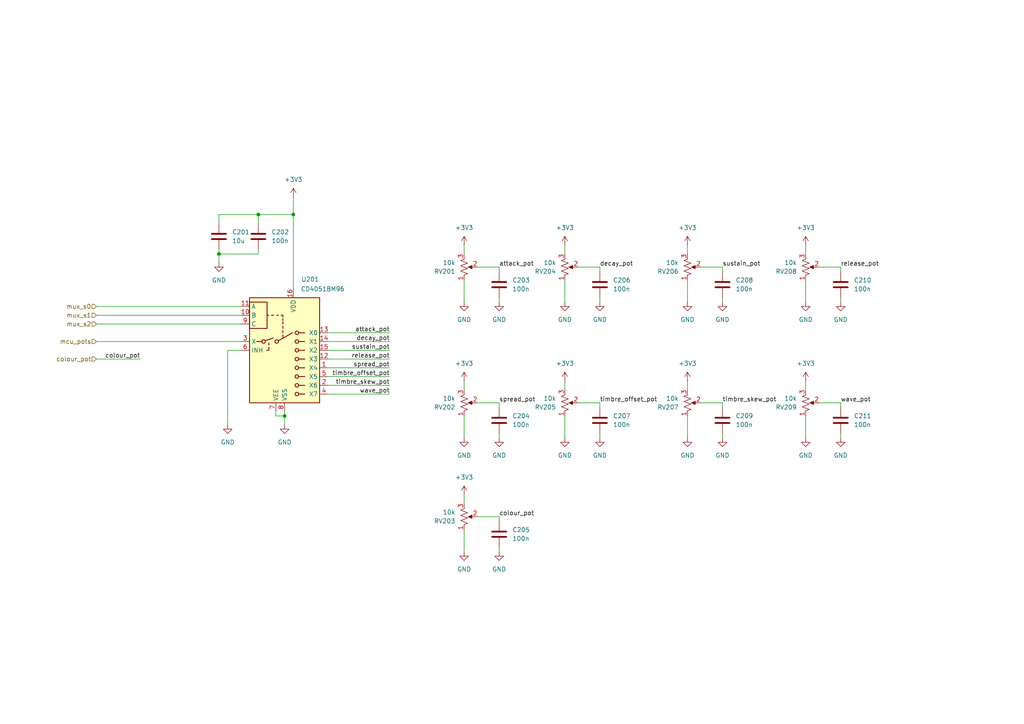
<source format=kicad_sch>
(kicad_sch (version 20250114) (generator "eeschema") (generator_version "9.0")
  (paper "A4")
  (lib_symbols
    (symbol "Analog_Switch:CD4051B"
      (property "Reference" "U" (at -10.16 16.51 0))
      (property "Value" "CD4051B" (at 3.81 16.51 0))
      (symbol "CD4051B_0_1"
        (rectangle (start -10.16 15.24) (end 10.16 -15.24) (stroke (width 0.254)) (fill (type background)))
        (rectangle (start -10.16 6.35) (end -5.08 13.97) (stroke (width 0.254)))
        (polyline (pts (xy -8.128 2.54) (xy -6.604 2.54)) (stroke (width 0.254)))
        (circle (center -6.096 2.54) (radius 0.508) (stroke (width 0.254)))
        (polyline (pts (xy -5.588 2.794) (xy -3.302 3.556)) (stroke (width 0.254)))
        (polyline (pts (xy -4.572 10.16) (xy -5.08 10.16)) (stroke (width 0.254)))
        (polyline (pts (xy -4.572 1.524) (xy -4.572 2.159)) (stroke (width 0.254)))
        (polyline (pts (xy -4.572 0.254) (xy -4.572 0.889)) (stroke (width 0.254)))
        (polyline (pts (xy -4.572 0) (xy -5.207 0)) (stroke (width 0.254)))
        (polyline (pts (xy -3.81 10.16) (xy -3.175 10.16)) (stroke (width 0.254)))
        (circle (center -2.286 2.54) (radius 0.508) (stroke (width 0.254)))
        (polyline (pts (xy -1.778 10.16) (xy -2.286 10.16)) (stroke (width 0.254)))
        (polyline (pts (xy -1.778 2.794) (xy 2.286 5.08)) (stroke (width 0.254)))
        (polyline (pts (xy -0.508 10.16) (xy -1.016 10.16)) (stroke (width 0.254)))
        (polyline (pts (xy -0.508 9.652) (xy -0.508 10.16)) (stroke (width 0.254)))
        (polyline (pts (xy -0.508 8.636) (xy -0.508 9.144)) (stroke (width 0.254)))
        (polyline (pts (xy -0.508 7.62) (xy -0.508 8.255)) (stroke (width 0.254)))
        (polyline (pts (xy -0.508 6.35) (xy -0.508 6.985)) (stroke (width 0.254)))
        (polyline (pts (xy -0.508 5.08) (xy -0.508 5.715)) (stroke (width 0.254)))
        (polyline (pts (xy -0.508 3.81) (xy -0.508 4.445)) (stroke (width 0.254)))
        (circle (center 3.556 5.08) (radius 0.508) (stroke (width 0.254)))
        (circle (center 3.556 2.54) (radius 0.508) (stroke (width 0.254)))
        (circle (center 3.556 0) (radius 0.508) (stroke (width 0.254)))
        (circle (center 3.556 -2.54) (radius 0.508) (stroke (width 0.254)))
        (circle (center 3.556 -5.08) (radius 0.508) (stroke (width 0.254)))
        (circle (center 3.556 -7.62) (radius 0.508) (stroke (width 0.254)))
        (circle (center 3.556 -10.16) (radius 0.508) (stroke (width 0.254)))
        (circle (center 3.556 -12.7) (radius 0.508) (stroke (width 0.254)))
        (polyline (pts (xy 4.064 5.08) (xy 5.842 5.08)) (stroke (width 0.254)))
        (polyline (pts (xy 4.064 2.54) (xy 5.842 2.54)) (stroke (width 0.254)))
        (polyline (pts (xy 4.064 0) (xy 5.842 0)) (stroke (width 0.254)))
        (polyline (pts (xy 4.064 -2.54) (xy 5.842 -2.54)) (stroke (width 0.254)))
        (polyline (pts (xy 4.064 -5.08) (xy 5.842 -5.08)) (stroke (width 0.254)))
        (polyline (pts (xy 4.064 -7.62) (xy 5.842 -7.62)) (stroke (width 0.254)))
        (polyline (pts (xy 4.064 -10.16) (xy 5.842 -10.16)) (stroke (width 0.254)))
        (polyline (pts (xy 4.064 -12.7) (xy 5.842 -12.7)) (stroke (width 0.254)))
      )
      (symbol "CD4051B_1_1"
        (pin input line (at -12.7 12.7 0) (length 2.54) (name "A") (number "11"))
        (pin input line (at -12.7 10.16 0) (length 2.54) (name "B") (number "10"))
        (pin input line (at -12.7 7.62 0) (length 2.54) (name "C") (number "9"))
        (pin bidirectional line (at -12.7 2.54 0) (length 2.54) (name "X") (number "3"))
        (pin input line (at -12.7 0 0) (length 2.54) (name "INH") (number "6"))
        (pin power_in line (at -2.54 -17.78 90) (length 2.54) (name "VEE") (number "7"))
        (pin power_in line (at 0 -17.78 90) (length 2.54) (name "VSS") (number "8"))
        (pin power_in line (at 2.54 17.78 270) (length 2.54) (name "VDD") (number "16"))
        (pin bidirectional line (at 12.7 5.08 180) (length 2.54) (name "X0") (number "13"))
        (pin bidirectional line (at 12.7 2.54 180) (length 2.54) (name "X1") (number "14"))
        (pin bidirectional line (at 12.7 0 180) (length 2.54) (name "X2") (number "15"))
        (pin bidirectional line (at 12.7 -2.54 180) (length 2.54) (name "X3") (number "12"))
        (pin bidirectional line (at 12.7 -5.08 180) (length 2.54) (name "X4") (number "1"))
        (pin bidirectional line (at 12.7 -7.62 180) (length 2.54) (name "X5") (number "5"))
        (pin bidirectional line (at 12.7 -10.16 180) (length 2.54) (name "X6") (number "2"))
        (pin bidirectional line (at 12.7 -12.7 180) (length 2.54) (name "X7") (number "4"))
      )
    )
    (symbol "Device:C" (pin_numbers (hide yes)) (pin_names (offset 0.254))
      (property "Reference" "C" (at 0.635 2.54 0))
      (property "Value" "C" (at 0.635 -2.54 0))
      (symbol "C_0_1"
        (polyline (pts (xy -2.032 0.762) (xy 2.032 0.762)) (stroke (width 0.508)))
        (polyline (pts (xy -2.032 -0.762) (xy 2.032 -0.762)) (stroke (width 0.508)))
      )
      (symbol "C_1_1"
        (pin passive line (at 0 3.81 270) (length 2.794) (name "~") (number "1"))
        (pin passive line (at 0 -3.81 90) (length 2.794) (name "~") (number "2"))
      )
    )
    (symbol "Device:R_Potentiometer_US" (pin_names (offset 1.016) (hide yes))
      (property "Reference" "RV" (at -4.445 0 90))
      (property "Value" "R_Potentiometer_US" (at -2.54 0 90))
      (symbol "R_Potentiometer_US_0_1"
        (polyline (pts (xy 0 2.54) (xy 0 2.286)))
        (polyline (pts (xy 0 2.286) (xy 1.016 1.905) (xy 0 1.524) (xy -1.016 1.143) (xy 0 0.762)))
        (polyline (pts (xy 0 0.762) (xy 1.016 0.381) (xy 0 0) (xy -1.016 -0.381) (xy 0 -0.762)))
        (polyline (pts (xy 0 -0.762) (xy 1.016 -1.143) (xy 0 -1.524) (xy -1.016 -1.905) (xy 0 -2.286)))
        (polyline (pts (xy 0 -2.286) (xy 0 -2.54)))
        (polyline (pts (xy 1.143 0) (xy 2.286 0.508) (xy 2.286 -0.508) (xy 1.143 0)) (fill (type outline)))
        (polyline (pts (xy 2.54 0) (xy 1.524 0)))
      )
      (symbol "R_Potentiometer_US_1_1"
        (pin passive line (at 0 3.81 270) (length 1.27) (name "1") (number "1"))
        (pin passive line (at 0 -3.81 90) (length 1.27) (name "3") (number "3"))
        (pin passive line (at 3.81 0 180) (length 1.27) (name "2") (number "2"))
      )
    )
    (symbol "power:+3V3" (power) (pin_numbers (hide yes)) (pin_names (offset 0) (hide yes))
      (property "Value" "+3V3" (at 0 3.556 0))
      (symbol "+3V3_0_1"
        (polyline (pts (xy -0.762 1.27) (xy 0 2.54)))
        (polyline (pts (xy 0 2.54) (xy 0.762 1.27)))
        (polyline (pts (xy 0 0) (xy 0 2.54)))
      )
      (symbol "+3V3_1_1"
        (pin power_in line (at 0 0 90) (length 0) (name "~") (number "1"))
      )
    )
    (symbol "power:GND" (power) (pin_numbers (hide yes)) (pin_names (offset 0) (hide yes))
      (property "Value" "GND" (at 0 -3.81 0))
      (symbol "GND_0_1"
        (polyline (pts (xy 0 0) (xy 0 -1.27) (xy 1.27 -1.27) (xy 0 -2.54) (xy -1.27 -1.27) (xy 0 -1.27)))
      )
      (symbol "GND_1_1"
        (pin power_in line (at 0 0 270) (length 0) (name "~") (number "1"))
      )
    )
  )
  (junction (at 85.09 62.23))
  (junction (at 74.93 62.23))
  (junction (at 82.55 120.65))
  (junction (at 63.5 73.66))
  (wire (pts (xy 134.62 71.12) (xy 134.62 73.66)))
  (wire (pts (xy 209.55 116.84) (xy 203.2 116.84)))
  (wire (pts (xy 144.78 78.74) (xy 144.78 77.47)))
  (wire (pts (xy 243.84 77.47) (xy 237.49 77.47)))
  (wire (pts (xy 63.5 64.77) (xy 63.5 62.23)))
  (wire (pts (xy 134.62 143.51) (xy 134.62 146.05)))
  (wire (pts (xy 134.62 81.28) (xy 134.62 87.63)))
  (wire (pts (xy 233.68 71.12) (xy 233.68 73.66)))
  (wire (pts (xy 199.39 110.49) (xy 199.39 113.03)))
  (wire (pts (xy 209.55 118.11) (xy 209.55 116.84)))
  (wire (pts (xy 144.78 77.47) (xy 138.43 77.47)))
  (wire (pts (xy 173.99 118.11) (xy 173.99 116.84)))
  (wire (pts (xy 66.04 101.6) (xy 66.04 123.19)))
  (wire (pts (xy 163.83 71.12) (xy 163.83 73.66)))
  (wire (pts (xy 243.84 116.84) (xy 237.49 116.84)))
  (wire (pts (xy 27.94 99.06) (xy 69.85 99.06)))
  (wire (pts (xy 27.94 88.9) (xy 69.85 88.9)))
  (wire (pts (xy 95.25 114.3) (xy 113.03 114.3)))
  (wire (pts (xy 243.84 87.63) (xy 243.84 86.36)))
  (wire (pts (xy 85.09 57.15) (xy 85.09 62.23)))
  (wire (pts (xy 95.25 106.68) (xy 113.03 106.68)))
  (wire (pts (xy 173.99 77.47) (xy 167.64 77.47)))
  (wire (pts (xy 199.39 71.12) (xy 199.39 73.66)))
  (wire (pts (xy 173.99 116.84) (xy 167.64 116.84)))
  (wire (pts (xy 82.55 120.65) (xy 82.55 123.19)))
  (wire (pts (xy 134.62 110.49) (xy 134.62 113.03)))
  (wire (pts (xy 243.84 78.74) (xy 243.84 77.47)))
  (wire (pts (xy 63.5 73.66) (xy 63.5 72.39)))
  (wire (pts (xy 163.83 120.65) (xy 163.83 127)))
  (wire (pts (xy 144.78 160.02) (xy 144.78 158.75)))
  (wire (pts (xy 233.68 120.65) (xy 233.68 127)))
  (wire (pts (xy 27.94 93.98) (xy 69.85 93.98)))
  (wire (pts (xy 95.25 96.52) (xy 113.03 96.52)))
  (wire (pts (xy 63.5 76.2) (xy 63.5 73.66)))
  (wire (pts (xy 243.84 118.11) (xy 243.84 116.84)))
  (wire (pts (xy 134.62 120.65) (xy 134.62 127)))
  (wire (pts (xy 144.78 87.63) (xy 144.78 86.36)))
  (wire (pts (xy 74.93 62.23) (xy 74.93 64.77)))
  (wire (pts (xy 163.83 110.49) (xy 163.83 113.03)))
  (wire (pts (xy 243.84 127) (xy 243.84 125.73)))
  (wire (pts (xy 95.25 101.6) (xy 113.03 101.6)))
  (wire (pts (xy 95.25 111.76) (xy 113.03 111.76)))
  (wire (pts (xy 95.25 99.06) (xy 113.03 99.06)))
  (wire (pts (xy 209.55 127) (xy 209.55 125.73)))
  (wire (pts (xy 95.25 109.22) (xy 113.03 109.22)))
  (wire (pts (xy 63.5 62.23) (xy 74.93 62.23)))
  (wire (pts (xy 163.83 81.28) (xy 163.83 87.63)))
  (wire (pts (xy 27.94 104.14) (xy 40.64 104.14)))
  (wire (pts (xy 144.78 118.11) (xy 144.78 116.84)))
  (wire (pts (xy 27.94 91.44) (xy 69.85 91.44)))
  (wire (pts (xy 80.01 120.65) (xy 82.55 120.65)))
  (wire (pts (xy 173.99 78.74) (xy 173.99 77.47)))
  (wire (pts (xy 209.55 87.63) (xy 209.55 86.36)))
  (wire (pts (xy 233.68 110.49) (xy 233.68 113.03)))
  (wire (pts (xy 74.93 62.23) (xy 85.09 62.23)))
  (wire (pts (xy 209.55 77.47) (xy 203.2 77.47)))
  (wire (pts (xy 199.39 120.65) (xy 199.39 127)))
  (wire (pts (xy 80.01 119.38) (xy 80.01 120.65)))
  (wire (pts (xy 69.85 101.6) (xy 66.04 101.6)))
  (wire (pts (xy 85.09 62.23) (xy 85.09 83.82)))
  (wire (pts (xy 144.78 127) (xy 144.78 125.73)))
  (wire (pts (xy 199.39 81.28) (xy 199.39 87.63)))
  (wire (pts (xy 134.62 153.67) (xy 134.62 160.02)))
  (wire (pts (xy 144.78 151.13) (xy 144.78 149.86)))
  (wire (pts (xy 95.25 104.14) (xy 113.03 104.14)))
  (wire (pts (xy 144.78 116.84) (xy 138.43 116.84)))
  (wire (pts (xy 74.93 72.39) (xy 74.93 73.66)))
  (wire (pts (xy 74.93 73.66) (xy 63.5 73.66)))
  (wire (pts (xy 173.99 87.63) (xy 173.99 86.36)))
  (wire (pts (xy 144.78 149.86) (xy 138.43 149.86)))
  (wire (pts (xy 209.55 78.74) (xy 209.55 77.47)))
  (wire (pts (xy 173.99 127) (xy 173.99 125.73)))
  (wire (pts (xy 233.68 81.28) (xy 233.68 87.63)))
  (wire (pts (xy 82.55 119.38) (xy 82.55 120.65)))
  (label "wave_pot" (at 113.03 114.3 180))
  (label "sustain_pot" (at 113.03 101.6 180))
  (label "release_pot" (at 113.03 104.14 180))
  (label "timbre_skew_pot" (at 209.55 116.84 0))
  (label "decay_pot" (at 173.99 77.47 0))
  (label "colour_pot" (at 144.78 149.86 0))
  (label "sustain_pot" (at 209.55 77.47 0))
  (label "release_pot" (at 243.84 77.47 0))
  (label "attack_pot" (at 144.78 77.47 0))
  (label "attack_pot" (at 113.03 96.52 180))
  (label "spread_pot" (at 144.78 116.84 0))
  (label "wave_pot" (at 243.84 116.84 0))
  (label "spread_pot" (at 113.03 106.68 180))
  (label "timbre_offset_pot" (at 113.03 109.22 180))
  (label "colour_pot" (at 40.64 104.14 180))
  (label "decay_pot" (at 113.03 99.06 180))
  (label "timbre_offset_pot" (at 173.99 116.84 0))
  (label "timbre_skew_pot" (at 113.03 111.76 180))
  (hierarchical_label "mux_s0" (shape input) (at 27.94 88.9 180))
  (hierarchical_label "colour_pot" (shape input) (at 27.94 104.14 180))
  (hierarchical_label "mux_s1" (shape input) (at 27.94 91.44 180))
  (hierarchical_label "mcu_pots" (shape input) (at 27.94 99.06 180))
  (hierarchical_label "mux_s2" (shape input) (at 27.94 93.98 180))
  (symbol (lib_id "power:GND") (at 63.5 76.2 0) (unit 1)
    (property "Reference" "#PWR0201" (effects (hide yes)))
    (property "Value" "GND" (at 63.5 81.28 0))
    (property "Description" "Power symbol creates a global label with name \"GND\" , ground" (effects (hide yes)))
  )
  (symbol (lib_id "power:+3V3") (at 163.83 71.12 0) (unit 1)
    (property "Reference" "#PWR0214" (effects (hide yes)))
    (property "Value" "+3V3" (at 163.83 66.04 0))
    (property "Description" "Power symbol creates a global label with name \"+3V3\"" (effects (hide yes)))
  )
  (symbol (lib_id "power:GND") (at 243.84 87.63 0) (unit 1)
    (property "Reference" "#PWR0230" (effects (hide yes)))
    (property "Value" "GND" (at 243.84 92.71 0))
    (property "Description" "Power symbol creates a global label with name \"GND\" , ground" (effects (hide yes)))
  )
  (symbol (lib_id "power:GND") (at 144.78 87.63 0) (unit 1)
    (property "Reference" "#PWR0211" (effects (hide yes)))
    (property "Value" "GND" (at 144.78 92.71 0))
    (property "Description" "Power symbol creates a global label with name \"GND\" , ground" (effects (hide yes)))
  )
  (symbol (lib_id "Device:C") (at 144.78 121.92 0) (unit 1)
    (property "Reference" "C204" (at 148.59 120.6499 0) (effects (justify left)))
    (property "Value" "100n" (at 148.59 123.1899 0) (effects (justify left)))
    (property "Footprint" "Capacitor_SMD:C_0805_2012Metric" (effects (hide yes)))
    (property "Description" "Unpolarized capacitor" (effects (hide yes)))
  )
  (symbol (lib_id "power:GND") (at 173.99 127 0) (unit 1)
    (property "Reference" "#PWR0219" (effects (hide yes)))
    (property "Value" "GND" (at 173.99 132.08 0))
    (property "Description" "Power symbol creates a global label with name \"GND\" , ground" (effects (hide yes)))
  )
  (symbol (lib_id "power:GND") (at 144.78 160.02 0) (unit 1)
    (property "Reference" "#PWR0213" (effects (hide yes)))
    (property "Value" "GND" (at 144.78 165.1 0))
    (property "Description" "Power symbol creates a global label with name \"GND\" , ground" (effects (hide yes)))
  )
  (symbol (lib_id "Device:R_Potentiometer_US") (at 163.83 77.47 0) (mirror x) (unit 1)
    (property "Reference" "RV204" (at 161.29 78.7401 0) (effects (justify right)))
    (property "Value" "10k" (at 161.29 76.2001 0) (effects (justify right)))
    (property "Footprint" "Potentiometer_THT:Potentiometer_Alpha_RD901F-40-00D_Single_Vertical" (effects (hide yes)))
    (property "Description" "Potentiometer, US symbol" (effects (hide yes)))
  )
  (symbol (lib_id "power:GND") (at 66.04 123.19 0) (unit 1)
    (property "Reference" "#PWR0202" (effects (hide yes)))
    (property "Value" "GND" (at 66.04 128.27 0))
    (property "Description" "Power symbol creates a global label with name \"GND\" , ground" (effects (hide yes)))
  )
  (symbol (lib_id "power:+3V3") (at 199.39 71.12 0) (unit 1)
    (property "Reference" "#PWR0220" (effects (hide yes)))
    (property "Value" "+3V3" (at 199.39 66.04 0))
    (property "Description" "Power symbol creates a global label with name \"+3V3\"" (effects (hide yes)))
  )
  (symbol (lib_id "power:GND") (at 134.62 87.63 0) (unit 1)
    (property "Reference" "#PWR0206" (effects (hide yes)))
    (property "Value" "GND" (at 134.62 92.71 0))
    (property "Description" "Power symbol creates a global label with name \"GND\" , ground" (effects (hide yes)))
  )
  (symbol (lib_id "power:+3V3") (at 134.62 110.49 0) (unit 1)
    (property "Reference" "#PWR0207" (effects (hide yes)))
    (property "Value" "+3V3" (at 134.62 105.41 0))
    (property "Description" "Power symbol creates a global label with name \"+3V3\"" (effects (hide yes)))
  )
  (symbol (lib_id "Device:R_Potentiometer_US") (at 233.68 116.84 0) (mirror x) (unit 1)
    (property "Reference" "RV209" (at 231.14 118.1101 0) (effects (justify right)))
    (property "Value" "10k" (at 231.14 115.5701 0) (effects (justify right)))
    (property "Footprint" "Potentiometer_THT:Potentiometer_Alpha_RD901F-40-00D_Single_Vertical" (effects (hide yes)))
    (property "Description" "Potentiometer, US symbol" (effects (hide yes)))
  )
  (symbol (lib_id "power:GND") (at 82.55 123.19 0) (unit 1)
    (property "Reference" "#PWR0203" (effects (hide yes)))
    (property "Value" "GND" (at 82.55 128.27 0))
    (property "Description" "Power symbol creates a global label with name \"GND\" , ground" (effects (hide yes)))
  )
  (symbol (lib_id "Device:C") (at 209.55 121.92 0) (unit 1)
    (property "Reference" "C209" (at 213.36 120.6499 0) (effects (justify left)))
    (property "Value" "100n" (at 213.36 123.1899 0) (effects (justify left)))
    (property "Footprint" "Capacitor_SMD:C_0805_2012Metric" (effects (hide yes)))
    (property "Description" "Unpolarized capacitor" (effects (hide yes)))
  )
  (symbol (lib_id "power:+3V3") (at 134.62 143.51 0) (unit 1)
    (property "Reference" "#PWR0209" (effects (hide yes)))
    (property "Value" "+3V3" (at 134.62 138.43 0))
    (property "Description" "Power symbol creates a global label with name \"+3V3\"" (effects (hide yes)))
  )
  (symbol (lib_id "Device:R_Potentiometer_US") (at 134.62 77.47 0) (mirror x) (unit 1)
    (property "Reference" "RV201" (at 132.08 78.7401 0) (effects (justify right)))
    (property "Value" "10k" (at 132.08 76.2001 0) (effects (justify right)))
    (property "Footprint" "Potentiometer_THT:Potentiometer_Alpha_RD901F-40-00D_Single_Vertical" (effects (hide yes)))
    (property "Description" "Potentiometer, US symbol" (effects (hide yes)))
  )
  (symbol (lib_id "power:GND") (at 209.55 127 0) (unit 1)
    (property "Reference" "#PWR0225" (effects (hide yes)))
    (property "Value" "GND" (at 209.55 132.08 0))
    (property "Description" "Power symbol creates a global label with name \"GND\" , ground" (effects (hide yes)))
  )
  (symbol (lib_id "Device:C") (at 63.5 68.58 0) (unit 1)
    (property "Reference" "C201" (at 67.31 67.3099 0) (effects (justify left)))
    (property "Value" "10u" (at 67.31 69.8499 0) (effects (justify left)))
    (property "Footprint" "Capacitor_SMD:C_0805_2012Metric" (effects (hide yes)))
    (property "Description" "Unpolarized capacitor" (effects (hide yes)))
  )
  (symbol (lib_id "power:GND") (at 173.99 87.63 0) (unit 1)
    (property "Reference" "#PWR0218" (effects (hide yes)))
    (property "Value" "GND" (at 173.99 92.71 0))
    (property "Description" "Power symbol creates a global label with name \"GND\" , ground" (effects (hide yes)))
  )
  (symbol (lib_id "power:GND") (at 163.83 127 0) (unit 1)
    (property "Reference" "#PWR0217" (effects (hide yes)))
    (property "Value" "GND" (at 163.83 132.08 0))
    (property "Description" "Power symbol creates a global label with name \"GND\" , ground" (effects (hide yes)))
  )
  (symbol (lib_id "power:GND") (at 134.62 127 0) (unit 1)
    (property "Reference" "#PWR0208" (effects (hide yes)))
    (property "Value" "GND" (at 134.62 132.08 0))
    (property "Description" "Power symbol creates a global label with name \"GND\" , ground" (effects (hide yes)))
  )
  (symbol (lib_id "power:GND") (at 163.83 87.63 0) (unit 1)
    (property "Reference" "#PWR0215" (effects (hide yes)))
    (property "Value" "GND" (at 163.83 92.71 0))
    (property "Description" "Power symbol creates a global label with name \"GND\" , ground" (effects (hide yes)))
  )
  (symbol (lib_id "Analog_Switch:CD4051B") (at 82.55 101.6 0) (unit 1)
    (property "Reference" "U201" (at 87.376 81.026 0) (effects (justify left)))
    (property "Value" "CD4051BM96" (at 87.2333 83.82 0) (effects (justify left)))
    (property "Footprint" "Package_SO:SOIC-16W_5.3x10.2mm_P1.27mm" (effects (hide yes)))
    (property "Datasheet" "http://www.ti.com/lit/ds/symlink/cd4052b.pdf" (effects (hide yes)))
    (property "Description" "CMOS single 8-channel analog multiplexer demultiplexer, TSSOP-16/DIP-16/SOIC-16" (effects (hide yes)))
  )
  (symbol (lib_id "Device:C") (at 173.99 121.92 0) (unit 1)
    (property "Reference" "C207" (at 177.8 120.6499 0) (effects (justify left)))
    (property "Value" "100n" (at 177.8 123.1899 0) (effects (justify left)))
    (property "Footprint" "Capacitor_SMD:C_0805_2012Metric" (effects (hide yes)))
    (property "Description" "Unpolarized capacitor" (effects (hide yes)))
  )
  (symbol (lib_id "Device:C") (at 74.93 68.58 0) (unit 1)
    (property "Reference" "C202" (at 78.74 67.3099 0) (effects (justify left)))
    (property "Value" "100n" (at 78.74 69.8499 0) (effects (justify left)))
    (property "Footprint" "Capacitor_SMD:C_0805_2012Metric" (effects (hide yes)))
    (property "Description" "Unpolarized capacitor" (effects (hide yes)))
  )
  (symbol (lib_id "power:GND") (at 199.39 127 0) (unit 1)
    (property "Reference" "#PWR0223" (effects (hide yes)))
    (property "Value" "GND" (at 199.39 132.08 0))
    (property "Description" "Power symbol creates a global label with name \"GND\" , ground" (effects (hide yes)))
  )
  (symbol (lib_id "power:GND") (at 199.39 87.63 0) (unit 1)
    (property "Reference" "#PWR0221" (effects (hide yes)))
    (property "Value" "GND" (at 199.39 92.71 0))
    (property "Description" "Power symbol creates a global label with name \"GND\" , ground" (effects (hide yes)))
  )
  (symbol (lib_id "power:+3V3") (at 233.68 71.12 0) (unit 1)
    (property "Reference" "#PWR0226" (effects (hide yes)))
    (property "Value" "+3V3" (at 233.68 66.04 0))
    (property "Description" "Power symbol creates a global label with name \"+3V3\"" (effects (hide yes)))
  )
  (symbol (lib_id "power:GND") (at 134.62 160.02 0) (unit 1)
    (property "Reference" "#PWR0210" (effects (hide yes)))
    (property "Value" "GND" (at 134.62 165.1 0))
    (property "Description" "Power symbol creates a global label with name \"GND\" , ground" (effects (hide yes)))
  )
  (symbol (lib_id "power:GND") (at 233.68 87.63 0) (unit 1)
    (property "Reference" "#PWR0227" (effects (hide yes)))
    (property "Value" "GND" (at 233.68 92.71 0))
    (property "Description" "Power symbol creates a global label with name \"GND\" , ground" (effects (hide yes)))
  )
  (symbol (lib_id "Device:R_Potentiometer_US") (at 134.62 149.86 0) (mirror x) (unit 1)
    (property "Reference" "RV203" (at 132.08 151.1301 0) (effects (justify right)))
    (property "Value" "10k" (at 132.08 148.5901 0) (effects (justify right)))
    (property "Footprint" "Potentiometer_THT:Potentiometer_Alpha_RD901F-40-00D_Single_Vertical" (effects (hide yes)))
    (property "Description" "Potentiometer, US symbol" (effects (hide yes)))
  )
  (symbol (lib_id "Device:C") (at 209.55 82.55 0) (unit 1)
    (property "Reference" "C208" (at 213.36 81.2799 0) (effects (justify left)))
    (property "Value" "100n" (at 213.36 83.8199 0) (effects (justify left)))
    (property "Footprint" "Capacitor_SMD:C_0805_2012Metric" (effects (hide yes)))
    (property "Description" "Unpolarized capacitor" (effects (hide yes)))
  )
  (symbol (lib_id "Device:R_Potentiometer_US") (at 233.68 77.47 0) (mirror x) (unit 1)
    (property "Reference" "RV208" (at 231.14 78.7401 0) (effects (justify right)))
    (property "Value" "10k" (at 231.14 76.2001 0) (effects (justify right)))
    (property "Footprint" "Potentiometer_THT:Potentiometer_Alpha_RD901F-40-00D_Single_Vertical" (effects (hide yes)))
    (property "Description" "Potentiometer, US symbol" (effects (hide yes)))
  )
  (symbol (lib_id "power:+3V3") (at 233.68 110.49 0) (unit 1)
    (property "Reference" "#PWR0228" (effects (hide yes)))
    (property "Value" "+3V3" (at 233.68 105.41 0))
    (property "Description" "Power symbol creates a global label with name \"+3V3\"" (effects (hide yes)))
  )
  (symbol (lib_id "Device:R_Potentiometer_US") (at 199.39 116.84 0) (mirror x) (unit 1)
    (property "Reference" "RV207" (at 196.85 118.1101 0) (effects (justify right)))
    (property "Value" "10k" (at 196.85 115.5701 0) (effects (justify right)))
    (property "Footprint" "Potentiometer_THT:Potentiometer_Alpha_RD901F-40-00D_Single_Vertical" (effects (hide yes)))
    (property "Description" "Potentiometer, US symbol" (effects (hide yes)))
  )
  (symbol (lib_id "power:+3V3") (at 134.62 71.12 0) (unit 1)
    (property "Reference" "#PWR0205" (effects (hide yes)))
    (property "Value" "+3V3" (at 134.62 66.04 0))
    (property "Description" "Power symbol creates a global label with name \"+3V3\"" (effects (hide yes)))
  )
  (symbol (lib_id "Device:R_Potentiometer_US") (at 163.83 116.84 0) (mirror x) (unit 1)
    (property "Reference" "RV205" (at 161.29 118.1101 0) (effects (justify right)))
    (property "Value" "10k" (at 161.29 115.5701 0) (effects (justify right)))
    (property "Footprint" "Potentiometer_THT:Potentiometer_Alpha_RD901F-40-00D_Single_Vertical" (effects (hide yes)))
    (property "Description" "Potentiometer, US symbol" (effects (hide yes)))
  )
  (symbol (lib_id "power:+3V3") (at 163.83 110.49 0) (unit 1)
    (property "Reference" "#PWR0216" (effects (hide yes)))
    (property "Value" "+3V3" (at 163.83 105.41 0))
    (property "Description" "Power symbol creates a global label with name \"+3V3\"" (effects (hide yes)))
  )
  (symbol (lib_id "Device:C") (at 243.84 82.55 0) (unit 1)
    (property "Reference" "C210" (at 247.65 81.2799 0) (effects (justify left)))
    (property "Value" "100n" (at 247.65 83.8199 0) (effects (justify left)))
    (property "Footprint" "Capacitor_SMD:C_0805_2012Metric" (effects (hide yes)))
    (property "Description" "Unpolarized capacitor" (effects (hide yes)))
  )
  (symbol (lib_id "power:GND") (at 144.78 127 0) (unit 1)
    (property "Reference" "#PWR0212" (effects (hide yes)))
    (property "Value" "GND" (at 144.78 132.08 0))
    (property "Description" "Power symbol creates a global label with name \"GND\" , ground" (effects (hide yes)))
  )
  (symbol (lib_id "power:GND") (at 243.84 127 0) (unit 1)
    (property "Reference" "#PWR0231" (effects (hide yes)))
    (property "Value" "GND" (at 243.84 132.08 0))
    (property "Description" "Power symbol creates a global label with name \"GND\" , ground" (effects (hide yes)))
  )
  (symbol (lib_id "power:GND") (at 209.55 87.63 0) (unit 1)
    (property "Reference" "#PWR0224" (effects (hide yes)))
    (property "Value" "GND" (at 209.55 92.71 0))
    (property "Description" "Power symbol creates a global label with name \"GND\" , ground" (effects (hide yes)))
  )
  (symbol (lib_id "Device:C") (at 243.84 121.92 0) (unit 1)
    (property "Reference" "C211" (at 247.65 120.6499 0) (effects (justify left)))
    (property "Value" "100n" (at 247.65 123.1899 0) (effects (justify left)))
    (property "Footprint" "Capacitor_SMD:C_0805_2012Metric" (effects (hide yes)))
    (property "Description" "Unpolarized capacitor" (effects (hide yes)))
  )
  (symbol (lib_id "Device:R_Potentiometer_US") (at 199.39 77.47 0) (mirror x) (unit 1)
    (property "Reference" "RV206" (at 196.85 78.7401 0) (effects (justify right)))
    (property "Value" "10k" (at 196.85 76.2001 0) (effects (justify right)))
    (property "Footprint" "Potentiometer_THT:Potentiometer_Alpha_RD901F-40-00D_Single_Vertical" (effects (hide yes)))
    (property "Description" "Potentiometer, US symbol" (effects (hide yes)))
  )
  (symbol (lib_id "Device:C") (at 144.78 82.55 0) (unit 1)
    (property "Reference" "C203" (at 148.59 81.2799 0) (effects (justify left)))
    (property "Value" "100n" (at 148.59 83.8199 0) (effects (justify left)))
    (property "Footprint" "Capacitor_SMD:C_0805_2012Metric" (effects (hide yes)))
    (property "Description" "Unpolarized capacitor" (effects (hide yes)))
  )
  (symbol (lib_id "power:GND") (at 233.68 127 0) (unit 1)
    (property "Reference" "#PWR0229" (effects (hide yes)))
    (property "Value" "GND" (at 233.68 132.08 0))
    (property "Description" "Power symbol creates a global label with name \"GND\" , ground" (effects (hide yes)))
  )
  (symbol (lib_id "Device:C") (at 144.78 154.94 0) (unit 1)
    (property "Reference" "C205" (at 148.59 153.6699 0) (effects (justify left)))
    (property "Value" "100n" (at 148.59 156.2099 0) (effects (justify left)))
    (property "Footprint" "Capacitor_SMD:C_0805_2012Metric" (effects (hide yes)))
    (property "Description" "Unpolarized capacitor" (effects (hide yes)))
  )
  (symbol (lib_id "Device:C") (at 173.99 82.55 0) (unit 1)
    (property "Reference" "C206" (at 177.8 81.2799 0) (effects (justify left)))
    (property "Value" "100n" (at 177.8 83.8199 0) (effects (justify left)))
    (property "Footprint" "Capacitor_SMD:C_0805_2012Metric" (effects (hide yes)))
    (property "Description" "Unpolarized capacitor" (effects (hide yes)))
  )
  (symbol (lib_id "power:+3V3") (at 199.39 110.49 0) (unit 1)
    (property "Reference" "#PWR0222" (effects (hide yes)))
    (property "Value" "+3V3" (at 199.39 105.41 0))
    (property "Description" "Power symbol creates a global label with name \"+3V3\"" (effects (hide yes)))
  )
  (symbol (lib_id "Device:R_Potentiometer_US") (at 134.62 116.84 0) (mirror x) (unit 1)
    (property "Reference" "RV202" (at 132.08 118.1101 0) (effects (justify right)))
    (property "Value" "10k" (at 132.08 115.5701 0) (effects (justify right)))
    (property "Footprint" "Potentiometer_THT:Potentiometer_Alpha_RD901F-40-00D_Single_Vertical" (effects (hide yes)))
    (property "Description" "Potentiometer, US symbol" (effects (hide yes)))
  )
  (symbol (lib_id "power:+3V3") (at 85.09 57.15 0) (unit 1)
    (property "Reference" "#PWR0204" (effects (hide yes)))
    (property "Value" "+3V3" (at 85.09 52.07 0))
    (property "Description" "Power symbol creates a global label with name \"+3V3\"" (effects (hide yes)))
  )
)
</source>
